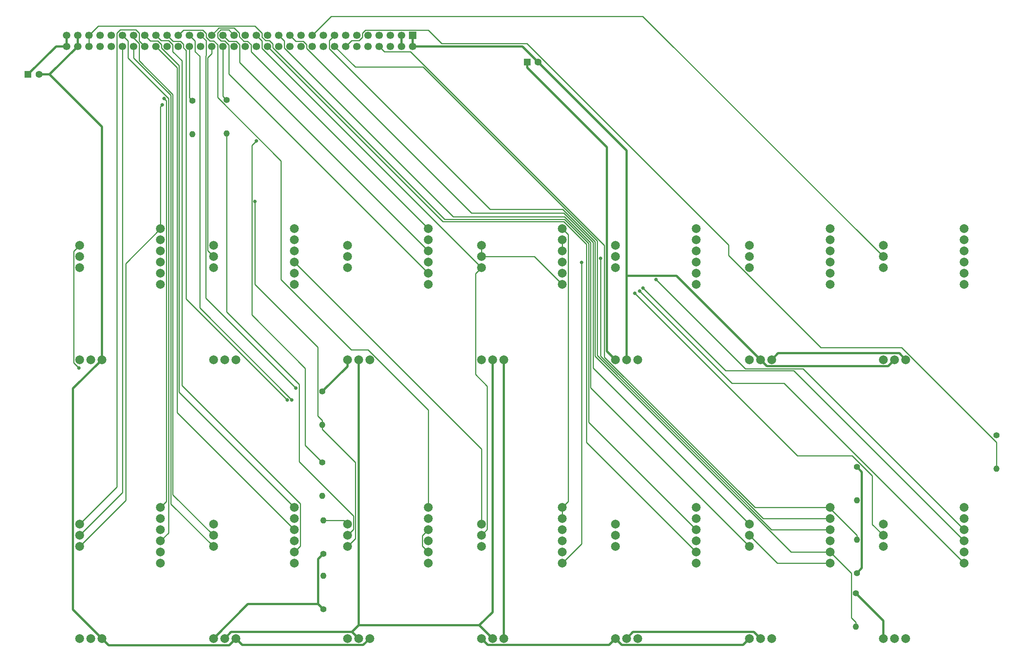
<source format=gbr>
G04 #@! TF.GenerationSoftware,KiCad,Pcbnew,(5.0.0)*
G04 #@! TF.CreationDate,2019-11-09T01:46:13+00:00*
G04 #@! TF.ProjectId,A-FT,412D46542E6B696361645F7063620000,rev?*
G04 #@! TF.SameCoordinates,Original*
G04 #@! TF.FileFunction,Copper,L2,Bot,Signal*
G04 #@! TF.FilePolarity,Positive*
%FSLAX46Y46*%
G04 Gerber Fmt 4.6, Leading zero omitted, Abs format (unit mm)*
G04 Created by KiCad (PCBNEW (5.0.0)) date 11/09/19 01:46:13*
%MOMM*%
%LPD*%
G01*
G04 APERTURE LIST*
G04 #@! TA.AperFunction,ComponentPad*
%ADD10C,2.000000*%
G04 #@! TD*
G04 #@! TA.AperFunction,ComponentPad*
%ADD11C,1.400000*%
G04 #@! TD*
G04 #@! TA.AperFunction,ComponentPad*
%ADD12O,1.400000X1.400000*%
G04 #@! TD*
G04 #@! TA.AperFunction,ComponentPad*
%ADD13C,1.600000*%
G04 #@! TD*
G04 #@! TA.AperFunction,ComponentPad*
%ADD14R,1.600000X1.600000*%
G04 #@! TD*
G04 #@! TA.AperFunction,ComponentPad*
%ADD15C,1.700000*%
G04 #@! TD*
G04 #@! TA.AperFunction,ComponentPad*
%ADD16R,1.700000X1.700000*%
G04 #@! TD*
G04 #@! TA.AperFunction,ViaPad*
%ADD17C,0.800000*%
G04 #@! TD*
G04 #@! TA.AperFunction,Conductor*
%ADD18C,0.250000*%
G04 #@! TD*
G04 #@! TA.AperFunction,Conductor*
%ADD19C,0.500000*%
G04 #@! TD*
G04 APERTURE END LIST*
D10*
G04 #@! TO.P,U8,13*
G04 #@! TO.N,ENG*
X225425000Y-78740000D03*
G04 #@! TO.P,U8,12*
G04 #@! TO.N,ONG*
X225425000Y-81280000D03*
G04 #@! TO.P,U8,11*
G04 #@! TO.N,Net-(U7-Pad2)*
X225425000Y-83820000D03*
G04 #@! TO.P,U8,6*
G04 #@! TO.N,~TEST~k*
X243840000Y-74930000D03*
G04 #@! TO.P,U8,5*
G04 #@! TO.N,N/C*
X243840000Y-77470000D03*
G04 #@! TO.P,U8,4*
G04 #@! TO.N,~TEST~k*
X243840000Y-80010000D03*
G04 #@! TO.P,U8,3*
G04 #@! TO.N,N/C*
X243840000Y-82550000D03*
G04 #@! TO.P,U8,2*
G04 #@! TO.N,~ENGk~*
X243840000Y-85090000D03*
G04 #@! TO.P,U8,1*
G04 #@! TO.N,N/C*
X243840000Y-87630000D03*
G04 #@! TO.P,U8,23*
G04 #@! TO.N,Neg6v*
X230505000Y-104775000D03*
G04 #@! TO.P,U8,22*
G04 #@! TO.N,GND*
X227965000Y-104775000D03*
G04 #@! TO.P,U8,21*
G04 #@! TO.N,6v*
X225425000Y-104775000D03*
G04 #@! TD*
G04 #@! TO.P,U1,13*
G04 #@! TO.N,CS*
X225425000Y-142240000D03*
G04 #@! TO.P,U1,12*
G04 #@! TO.N,Net-(U1-Pad12)*
X225425000Y-144780000D03*
G04 #@! TO.P,U1,11*
G04 #@! TO.N,Net-(U1-Pad11)*
X225425000Y-147320000D03*
G04 #@! TO.P,U1,6*
G04 #@! TO.N,~CSk~*
X243840000Y-138430000D03*
G04 #@! TO.P,U1,5*
G04 #@! TO.N,~CS~*
X243840000Y-140970000D03*
G04 #@! TO.P,U1,4*
G04 #@! TO.N,~WTM~a*
X243840000Y-143510000D03*
G04 #@! TO.P,U1,3*
G04 #@! TO.N,Net-(U1-Pad3)*
X243840000Y-146050000D03*
G04 #@! TO.P,U1,2*
G04 #@! TO.N,N/C*
X243840000Y-148590000D03*
G04 #@! TO.P,U1,1*
G04 #@! TO.N,Net-(U1-Pad1)*
X243840000Y-151130000D03*
G04 #@! TO.P,U1,23*
G04 #@! TO.N,Neg6v*
X230505000Y-168275000D03*
G04 #@! TO.P,U1,22*
G04 #@! TO.N,GND*
X227965000Y-168275000D03*
G04 #@! TO.P,U1,21*
G04 #@! TO.N,6v*
X225425000Y-168275000D03*
G04 #@! TD*
G04 #@! TO.P,U12,13*
G04 #@! TO.N,Net-(U12-Pad13)*
X103505000Y-78740000D03*
G04 #@! TO.P,U12,12*
G04 #@! TO.N,Net-(U1-Pad3)*
X103505000Y-81280000D03*
G04 #@! TO.P,U12,11*
G04 #@! TO.N,Net-(U1-Pad1)*
X103505000Y-83820000D03*
G04 #@! TO.P,U12,6*
G04 #@! TO.N,~OS~k*
X121920000Y-74930000D03*
G04 #@! TO.P,U12,5*
G04 #@! TO.N,N/C*
X121920000Y-77470000D03*
G04 #@! TO.P,U12,4*
G04 #@! TO.N,NG17k*
X121920000Y-80010000D03*
G04 #@! TO.P,U12,3*
G04 #@! TO.N,N/C*
X121920000Y-82550000D03*
G04 #@! TO.P,U12,2*
G04 #@! TO.N,~NG17~k*
X121920000Y-85090000D03*
G04 #@! TO.P,U12,1*
G04 #@! TO.N,N/C*
X121920000Y-87630000D03*
G04 #@! TO.P,U12,23*
G04 #@! TO.N,Neg6v*
X108585000Y-104775000D03*
G04 #@! TO.P,U12,22*
G04 #@! TO.N,GND*
X106045000Y-104775000D03*
G04 #@! TO.P,U12,21*
G04 #@! TO.N,6v*
X103505000Y-104775000D03*
G04 #@! TD*
G04 #@! TO.P,U11,13*
G04 #@! TO.N,JUMP*
X133985000Y-78740000D03*
G04 #@! TO.P,U11,12*
X133985000Y-81280000D03*
G04 #@! TO.P,U11,11*
G04 #@! TO.N,~JUMP~*
X133985000Y-83820000D03*
G04 #@! TO.P,U11,6*
G04 #@! TO.N,Net-(U11-Pad6)*
X152400000Y-74930000D03*
G04 #@! TO.P,U11,5*
G04 #@! TO.N,~JUMP~*
X152400000Y-77470000D03*
G04 #@! TO.P,U11,4*
X152400000Y-80010000D03*
G04 #@! TO.P,U11,3*
G04 #@! TO.N,Net-(U10-Pad11)*
X152400000Y-82550000D03*
G04 #@! TO.P,U11,2*
G04 #@! TO.N,Net-(U10-Pad12)*
X152400000Y-85090000D03*
G04 #@! TO.P,U11,1*
G04 #@! TO.N,JUMP*
X152400000Y-87630000D03*
G04 #@! TO.P,U11,23*
G04 #@! TO.N,Neg6v*
X139065000Y-104775000D03*
G04 #@! TO.P,U11,22*
G04 #@! TO.N,GND*
X136525000Y-104775000D03*
G04 #@! TO.P,U11,21*
G04 #@! TO.N,6v*
X133985000Y-104775000D03*
G04 #@! TD*
G04 #@! TO.P,U14,13*
G04 #@! TO.N,ENG*
X42545000Y-78740000D03*
G04 #@! TO.P,U14,12*
G04 #@! TO.N,~ONG~*
X42545000Y-81280000D03*
G04 #@! TO.P,U14,11*
G04 #@! TO.N,ONG*
X42545000Y-83820000D03*
G04 #@! TO.P,U14,6*
G04 #@! TO.N,~ENG~*
X60960000Y-74930000D03*
G04 #@! TO.P,U14,5*
G04 #@! TO.N,Net-(U14-Pad5)*
X60960000Y-77470000D03*
G04 #@! TO.P,U14,4*
G04 #@! TO.N,Net-(U14-Pad4)*
X60960000Y-80010000D03*
G04 #@! TO.P,U14,3*
G04 #@! TO.N,ONG*
X60960000Y-82550000D03*
G04 #@! TO.P,U14,2*
G04 #@! TO.N,~ONG~*
X60960000Y-85090000D03*
G04 #@! TO.P,U14,1*
G04 #@! TO.N,Net-(U14-Pad1)*
X60960000Y-87630000D03*
G04 #@! TO.P,U14,23*
G04 #@! TO.N,Neg6v*
X47625000Y-104775000D03*
G04 #@! TO.P,U14,22*
G04 #@! TO.N,GND*
X45085000Y-104775000D03*
G04 #@! TO.P,U14,21*
G04 #@! TO.N,6v*
X42545000Y-104775000D03*
G04 #@! TD*
G04 #@! TO.P,U13,13*
G04 #@! TO.N,~OS~*
X73025000Y-78740000D03*
G04 #@! TO.P,U13,12*
G04 #@! TO.N,W17*
X73025000Y-81280000D03*
G04 #@! TO.P,U13,11*
G04 #@! TO.N,Net-(U13-Pad11)*
X73025000Y-83820000D03*
G04 #@! TO.P,U13,6*
G04 #@! TO.N,N/C*
X91440000Y-74930000D03*
G04 #@! TO.P,U13,5*
G04 #@! TO.N,Net-(U12-Pad13)*
X91440000Y-77470000D03*
G04 #@! TO.P,U13,4*
G04 #@! TO.N,Net-(U13-Pad11)*
X91440000Y-80010000D03*
G04 #@! TO.P,U13,3*
G04 #@! TO.N,Net-(U1-Pad11)*
X91440000Y-82550000D03*
G04 #@! TO.P,U13,2*
G04 #@! TO.N,Net-(U1-Pad12)*
X91440000Y-85090000D03*
G04 #@! TO.P,U13,1*
G04 #@! TO.N,W17*
X91440000Y-87630000D03*
G04 #@! TO.P,U13,23*
G04 #@! TO.N,Neg6v*
X78105000Y-104775000D03*
G04 #@! TO.P,U13,22*
G04 #@! TO.N,GND*
X75565000Y-104775000D03*
G04 #@! TO.P,U13,21*
G04 #@! TO.N,6v*
X73025000Y-104775000D03*
G04 #@! TD*
D11*
G04 #@! TO.P,R3,1*
G04 #@! TO.N,{ACTIVE3}*
X97800000Y-128200000D03*
D12*
G04 #@! TO.P,R3,2*
G04 #@! TO.N,Net-(R3-Pad2)*
X97800000Y-135820000D03*
G04 #@! TD*
D11*
G04 #@! TO.P,R4,1*
G04 #@! TO.N,6v*
X219200000Y-158000000D03*
D12*
G04 #@! TO.P,R4,2*
G04 #@! TO.N,~CINSk~*
X219200000Y-165620000D03*
G04 #@! TD*
D11*
G04 #@! TO.P,R5,1*
G04 #@! TO.N,6v*
X219400000Y-129200000D03*
D12*
G04 #@! TO.P,R5,2*
G04 #@! TO.N,CINSk*
X219400000Y-136820000D03*
G04 #@! TD*
D11*
G04 #@! TO.P,R6,1*
G04 #@! TO.N,6v*
X97800000Y-112000000D03*
D12*
G04 #@! TO.P,R6,2*
G04 #@! TO.N,Net-(R1-Pad2)*
X97800000Y-119620000D03*
G04 #@! TD*
D11*
G04 #@! TO.P,R7,1*
G04 #@! TO.N,6v*
X98000000Y-161600000D03*
D12*
G04 #@! TO.P,R7,2*
G04 #@! TO.N,Net-(R2-Pad2)*
X98000000Y-153980000D03*
G04 #@! TD*
D11*
G04 #@! TO.P,R8,1*
G04 #@! TO.N,6v*
X98000000Y-149000000D03*
D12*
G04 #@! TO.P,R8,2*
G04 #@! TO.N,Net-(R3-Pad2)*
X98000000Y-141380000D03*
G04 #@! TD*
D11*
G04 #@! TO.P,R9,1*
G04 #@! TO.N,6v*
X251200000Y-122000000D03*
D12*
G04 #@! TO.P,R9,2*
G04 #@! TO.N,~CSk~*
X251200000Y-129620000D03*
G04 #@! TD*
D11*
G04 #@! TO.P,R10,1*
G04 #@! TO.N,6v*
X219400000Y-153400000D03*
D12*
G04 #@! TO.P,R10,2*
G04 #@! TO.N,~SMNk~*
X219400000Y-145780000D03*
G04 #@! TD*
D10*
G04 #@! TO.P,U2,13*
G04 #@! TO.N,~CS~*
X194945000Y-142240000D03*
G04 #@! TO.P,U2,12*
G04 #@! TO.N,Net-(U2-Pad1)*
X194945000Y-144780000D03*
G04 #@! TO.P,U2,11*
G04 #@! TO.N,CIN*
X194945000Y-147320000D03*
G04 #@! TO.P,U2,6*
G04 #@! TO.N,~SMNk~*
X213360000Y-138430000D03*
G04 #@! TO.P,U2,5*
G04 #@! TO.N,CS*
X213360000Y-140970000D03*
G04 #@! TO.P,U2,4*
G04 #@! TO.N,CINSk*
X213360000Y-143510000D03*
G04 #@! TO.P,U2,3*
G04 #@! TO.N,CIN*
X213360000Y-146050000D03*
G04 #@! TO.P,U2,2*
G04 #@! TO.N,~CINSk~*
X213360000Y-148590000D03*
G04 #@! TO.P,U2,1*
G04 #@! TO.N,Net-(U2-Pad1)*
X213360000Y-151130000D03*
G04 #@! TO.P,U2,23*
G04 #@! TO.N,Neg6v*
X200025000Y-168275000D03*
G04 #@! TO.P,U2,22*
G04 #@! TO.N,GND*
X197485000Y-168275000D03*
G04 #@! TO.P,U2,21*
G04 #@! TO.N,6v*
X194945000Y-168275000D03*
G04 #@! TD*
G04 #@! TO.P,U3,13*
G04 #@! TO.N,Net-(U3-Pad13)*
X164465000Y-142240000D03*
G04 #@! TO.P,U3,12*
G04 #@! TO.N,N/C*
X164465000Y-144780000D03*
G04 #@! TO.P,U3,11*
X164465000Y-147320000D03*
G04 #@! TO.P,U3,6*
X182880000Y-138430000D03*
G04 #@! TO.P,U3,5*
X182880000Y-140970000D03*
G04 #@! TO.P,U3,4*
G04 #@! TO.N,2.4v*
X182880000Y-143510000D03*
G04 #@! TO.P,U3,3*
G04 #@! TO.N,N/C*
X182880000Y-146050000D03*
G04 #@! TO.P,U3,2*
G04 #@! TO.N,~JIA~*
X182880000Y-148590000D03*
G04 #@! TO.P,U3,1*
G04 #@! TO.N,N/C*
X182880000Y-151130000D03*
G04 #@! TO.P,U3,23*
G04 #@! TO.N,Neg6v*
X169545000Y-168275000D03*
G04 #@! TO.P,U3,22*
G04 #@! TO.N,GND*
X167005000Y-168275000D03*
G04 #@! TO.P,U3,21*
G04 #@! TO.N,6v*
X164465000Y-168275000D03*
G04 #@! TD*
G04 #@! TO.P,U4,13*
G04 #@! TO.N,Net-(U1-Pad11)*
X133985000Y-142240000D03*
G04 #@! TO.P,U4,12*
G04 #@! TO.N,~JUMP~*
X133985000Y-144780000D03*
G04 #@! TO.P,U4,11*
G04 #@! TO.N,Net-(U11-Pad6)*
X133985000Y-147320000D03*
G04 #@! TO.P,U4,6*
X152400000Y-138430000D03*
G04 #@! TO.P,U4,5*
X152400000Y-140970000D03*
G04 #@! TO.P,U4,4*
G04 #@! TO.N,N/C*
X152400000Y-143510000D03*
G04 #@! TO.P,U4,3*
X152400000Y-146050000D03*
G04 #@! TO.P,U4,2*
G04 #@! TO.N,Net-(U3-Pad13)*
X152400000Y-148590000D03*
G04 #@! TO.P,U4,1*
G04 #@! TO.N,Net-(U10-Pad13)*
X152400000Y-151130000D03*
G04 #@! TO.P,U4,23*
G04 #@! TO.N,Neg6v*
X139065000Y-168275000D03*
G04 #@! TO.P,U4,22*
G04 #@! TO.N,GND*
X136525000Y-168275000D03*
G04 #@! TO.P,U4,21*
G04 #@! TO.N,6v*
X133985000Y-168275000D03*
G04 #@! TD*
G04 #@! TO.P,U5,13*
G04 #@! TO.N,Net-(R3-Pad2)*
X103505000Y-142240000D03*
G04 #@! TO.P,U5,12*
G04 #@! TO.N,Net-(R2-Pad2)*
X103505000Y-144780000D03*
G04 #@! TO.P,U5,11*
G04 #@! TO.N,Net-(R1-Pad2)*
X103505000Y-147320000D03*
G04 #@! TO.P,U5,6*
G04 #@! TO.N,E2*
X121920000Y-138430000D03*
G04 #@! TO.P,U5,5*
G04 #@! TO.N,~E1~*
X121920000Y-140970000D03*
G04 #@! TO.P,U5,4*
G04 #@! TO.N,~E2~*
X121920000Y-143510000D03*
G04 #@! TO.P,U5,3*
G04 #@! TO.N,E1*
X121920000Y-146050000D03*
G04 #@! TO.P,U5,2*
G04 #@! TO.N,~E2~*
X121920000Y-148590000D03*
G04 #@! TO.P,U5,1*
G04 #@! TO.N,~E1~*
X121920000Y-151130000D03*
G04 #@! TO.P,U5,23*
G04 #@! TO.N,Neg6v*
X108585000Y-168275000D03*
G04 #@! TO.P,U5,22*
G04 #@! TO.N,GND*
X106045000Y-168275000D03*
G04 #@! TO.P,U5,21*
G04 #@! TO.N,6v*
X103505000Y-168275000D03*
G04 #@! TD*
G04 #@! TO.P,U6,13*
G04 #@! TO.N,Net-(U6-Pad13)*
X73025000Y-142240000D03*
G04 #@! TO.P,U6,12*
G04 #@! TO.N,TCS*
X73025000Y-144780000D03*
G04 #@! TO.P,U6,11*
G04 #@! TO.N,~RESET~*
X73025000Y-147320000D03*
G04 #@! TO.P,U6,6*
G04 #@! TO.N,~STOP~k*
X91440000Y-138430000D03*
G04 #@! TO.P,U6,5*
G04 #@! TO.N,N/C*
X91440000Y-140970000D03*
G04 #@! TO.P,U6,4*
G04 #@! TO.N,~TCS~k*
X91440000Y-143510000D03*
G04 #@! TO.P,U6,3*
G04 #@! TO.N,N/C*
X91440000Y-146050000D03*
G04 #@! TO.P,U6,2*
G04 #@! TO.N,RESETk*
X91440000Y-148590000D03*
G04 #@! TO.P,U6,1*
G04 #@! TO.N,N/C*
X91440000Y-151130000D03*
G04 #@! TO.P,U6,23*
G04 #@! TO.N,Neg6v*
X78105000Y-168275000D03*
G04 #@! TO.P,U6,22*
G04 #@! TO.N,GND*
X75565000Y-168275000D03*
G04 #@! TO.P,U6,21*
G04 #@! TO.N,6v*
X73025000Y-168275000D03*
G04 #@! TD*
G04 #@! TO.P,U7,13*
G04 #@! TO.N,~STOP~*
X42545000Y-142240000D03*
G04 #@! TO.P,U7,12*
G04 #@! TO.N,RESET*
X42545000Y-144780000D03*
G04 #@! TO.P,U7,11*
G04 #@! TO.N,~ENG~*
X42545000Y-147320000D03*
G04 #@! TO.P,U7,6*
G04 #@! TO.N,~RESTART~K*
X60960000Y-138430000D03*
G04 #@! TO.P,U7,5*
G04 #@! TO.N,Net-(U6-Pad13)*
X60960000Y-140970000D03*
G04 #@! TO.P,U7,4*
G04 #@! TO.N,N/C*
X60960000Y-143510000D03*
G04 #@! TO.P,U7,3*
G04 #@! TO.N,~RESET~1*
X60960000Y-146050000D03*
G04 #@! TO.P,U7,2*
G04 #@! TO.N,Net-(U7-Pad2)*
X60960000Y-148590000D03*
G04 #@! TO.P,U7,1*
G04 #@! TO.N,ENG*
X60960000Y-151130000D03*
G04 #@! TO.P,U7,23*
G04 #@! TO.N,Neg6v*
X47625000Y-168275000D03*
G04 #@! TO.P,U7,22*
G04 #@! TO.N,GND*
X45085000Y-168275000D03*
G04 #@! TO.P,U7,21*
G04 #@! TO.N,6v*
X42545000Y-168275000D03*
G04 #@! TD*
G04 #@! TO.P,U9,13*
G04 #@! TO.N,Net-(U14-Pad5)*
X194945000Y-78740000D03*
G04 #@! TO.P,U9,12*
G04 #@! TO.N,Net-(U14-Pad4)*
X194945000Y-81280000D03*
G04 #@! TO.P,U9,11*
G04 #@! TO.N,Net-(U14-Pad1)*
X194945000Y-83820000D03*
G04 #@! TO.P,U9,6*
G04 #@! TO.N,ENGk*
X213360000Y-74930000D03*
G04 #@! TO.P,U9,5*
G04 #@! TO.N,N/C*
X213360000Y-77470000D03*
G04 #@! TO.P,U9,4*
G04 #@! TO.N,~ONGk~*
X213360000Y-80010000D03*
G04 #@! TO.P,U9,3*
G04 #@! TO.N,N/C*
X213360000Y-82550000D03*
G04 #@! TO.P,U9,2*
G04 #@! TO.N,ONGk*
X213360000Y-85090000D03*
G04 #@! TO.P,U9,1*
G04 #@! TO.N,N/C*
X213360000Y-87630000D03*
G04 #@! TO.P,U9,23*
G04 #@! TO.N,Neg6v*
X200025000Y-104775000D03*
G04 #@! TO.P,U9,22*
G04 #@! TO.N,GND*
X197485000Y-104775000D03*
G04 #@! TO.P,U9,21*
G04 #@! TO.N,6v*
X194945000Y-104775000D03*
G04 #@! TD*
G04 #@! TO.P,U10,13*
G04 #@! TO.N,Net-(U10-Pad13)*
X164465000Y-78740000D03*
G04 #@! TO.P,U10,12*
G04 #@! TO.N,Net-(U10-Pad12)*
X164465000Y-81280000D03*
G04 #@! TO.P,U10,11*
G04 #@! TO.N,Net-(U10-Pad11)*
X164465000Y-83820000D03*
G04 #@! TO.P,U10,6*
G04 #@! TO.N,AUTOk*
X182880000Y-74930000D03*
G04 #@! TO.P,U10,5*
G04 #@! TO.N,N/C*
X182880000Y-77470000D03*
G04 #@! TO.P,U10,4*
G04 #@! TO.N,~JUMP~k*
X182880000Y-80010000D03*
G04 #@! TO.P,U10,3*
G04 #@! TO.N,N/C*
X182880000Y-82550000D03*
G04 #@! TO.P,U10,2*
G04 #@! TO.N,JUMPk*
X182880000Y-85090000D03*
G04 #@! TO.P,U10,1*
G04 #@! TO.N,N/C*
X182880000Y-87630000D03*
G04 #@! TO.P,U10,23*
G04 #@! TO.N,Neg6v*
X169545000Y-104775000D03*
G04 #@! TO.P,U10,22*
G04 #@! TO.N,GND*
X167005000Y-104775000D03*
G04 #@! TO.P,U10,21*
G04 #@! TO.N,6v*
X164465000Y-104775000D03*
G04 #@! TD*
D13*
G04 #@! TO.P,C1,2*
G04 #@! TO.N,GND*
X146900000Y-37000000D03*
D14*
G04 #@! TO.P,C1,1*
G04 #@! TO.N,6v*
X144400000Y-37000000D03*
G04 #@! TD*
D13*
G04 #@! TO.P,C2,2*
G04 #@! TO.N,Neg6v*
X33300000Y-39800000D03*
D14*
G04 #@! TO.P,C2,1*
G04 #@! TO.N,GND*
X30800000Y-39800000D03*
G04 #@! TD*
D15*
G04 #@! TO.P,J1,AL*
G04 #@! TO.N,GND*
X39605000Y-33401000D03*
G04 #@! TO.P,J1,32*
X39605000Y-30861000D03*
G04 #@! TO.P,J1,AK*
G04 #@! TO.N,Neg6v*
X42145000Y-33401000D03*
G04 #@! TO.P,J1,31*
X42145000Y-30861000D03*
G04 #@! TO.P,J1,AJ*
G04 #@! TO.N,2.4v*
X44685000Y-33401000D03*
G04 #@! TO.P,J1,30*
X44685000Y-30861000D03*
G04 #@! TO.P,J1,AH*
G04 #@! TO.N,N/C*
X47225000Y-33401000D03*
G04 #@! TO.P,J1,29*
X47225000Y-30861000D03*
G04 #@! TO.P,J1,AF*
X49765000Y-33401000D03*
G04 #@! TO.P,J1,28*
X49765000Y-30861000D03*
G04 #@! TO.P,J1,AE*
G04 #@! TO.N,RESET*
X52305000Y-33401000D03*
G04 #@! TO.P,J1,27*
G04 #@! TO.N,~RESET~1*
X52305000Y-30861000D03*
G04 #@! TO.P,J1,AD*
G04 #@! TO.N,~RESET~*
X54845000Y-33401000D03*
G04 #@! TO.P,J1,26*
G04 #@! TO.N,TCS*
X54845000Y-30861000D03*
G04 #@! TO.P,J1,AC*
G04 #@! TO.N,~STOP~*
X57385000Y-33401000D03*
G04 #@! TO.P,J1,25*
G04 #@! TO.N,~STOP~k*
X57385000Y-30861000D03*
G04 #@! TO.P,J1,AB*
G04 #@! TO.N,~TCS~k*
X59925000Y-33401000D03*
G04 #@! TO.P,J1,24*
G04 #@! TO.N,RESETk*
X59925000Y-30861000D03*
G04 #@! TO.P,J1,AA*
G04 #@! TO.N,N/C*
X62465000Y-33401000D03*
G04 #@! TO.P,J1,23*
G04 #@! TO.N,E1*
X62465000Y-30861000D03*
G04 #@! TO.P,J1,Z*
G04 #@! TO.N,N/C*
X65005000Y-33401000D03*
G04 #@! TO.P,J1,22*
G04 #@! TO.N,E2*
X65005000Y-30861000D03*
G04 #@! TO.P,J1,Y*
G04 #@! TO.N,{ACTIVE1}*
X67545000Y-33401000D03*
G04 #@! TO.P,J1,21*
G04 #@! TO.N,~E2~*
X67545000Y-30861000D03*
G04 #@! TO.P,J1,X*
G04 #@! TO.N,N/C*
X70085000Y-33401000D03*
G04 #@! TO.P,J1,20*
G04 #@! TO.N,~E1~*
X70085000Y-30861000D03*
G04 #@! TO.P,J1,W*
G04 #@! TO.N,W17*
X72625000Y-33401000D03*
G04 #@! TO.P,J1,19*
G04 #@! TO.N,~OS~k*
X72625000Y-30861000D03*
G04 #@! TO.P,J1,V*
G04 #@! TO.N,{ACTIVE2}*
X75165000Y-33401000D03*
G04 #@! TO.P,J1,18*
G04 #@! TO.N,NG17k*
X75165000Y-30861000D03*
G04 #@! TO.P,J1,U*
G04 #@! TO.N,N/C*
X77705000Y-33401000D03*
G04 #@! TO.P,J1,17*
G04 #@! TO.N,~NG17~k*
X77705000Y-30861000D03*
G04 #@! TO.P,J1,T*
G04 #@! TO.N,~OS~*
X80245000Y-33401000D03*
G04 #@! TO.P,J1,16*
G04 #@! TO.N,JUMP*
X80245000Y-30861000D03*
G04 #@! TO.P,J1,S*
G04 #@! TO.N,{ACTIVE3}*
X82785000Y-33401000D03*
G04 #@! TO.P,J1,15*
G04 #@! TO.N,~JUMP~*
X82785000Y-30861000D03*
G04 #@! TO.P,J1,R*
G04 #@! TO.N,~JIA~*
X85325000Y-33401000D03*
G04 #@! TO.P,J1,14*
G04 #@! TO.N,CS*
X85325000Y-30861000D03*
G04 #@! TO.P,J1,P*
G04 #@! TO.N,N/C*
X87865000Y-33401000D03*
G04 #@! TO.P,J1,13*
G04 #@! TO.N,CIN*
X87865000Y-30861000D03*
G04 #@! TO.P,J1,N*
G04 #@! TO.N,~WTM~a*
X90405000Y-33401000D03*
G04 #@! TO.P,J1,12*
G04 #@! TO.N,~CS~*
X90405000Y-30861000D03*
G04 #@! TO.P,J1,M*
G04 #@! TO.N,JUMPk*
X92945000Y-33401000D03*
G04 #@! TO.P,J1,11*
G04 #@! TO.N,~JUMP~k*
X92945000Y-30861000D03*
G04 #@! TO.P,J1,L*
G04 #@! TO.N,AUTOk*
X95485000Y-33401000D03*
G04 #@! TO.P,J1,10*
G04 #@! TO.N,ONG*
X95485000Y-30861000D03*
G04 #@! TO.P,J1,K*
G04 #@! TO.N,~ONG~*
X98025000Y-33401000D03*
G04 #@! TO.P,J1,9*
G04 #@! TO.N,ENG*
X98025000Y-30861000D03*
G04 #@! TO.P,J1,J*
G04 #@! TO.N,CINSk*
X100565000Y-33401000D03*
G04 #@! TO.P,J1,8*
G04 #@! TO.N,~CINSk~*
X100565000Y-30861000D03*
G04 #@! TO.P,J1,H*
G04 #@! TO.N,~CSk~*
X103105000Y-33401000D03*
G04 #@! TO.P,J1,7*
G04 #@! TO.N,ONGk*
X103105000Y-30861000D03*
G04 #@! TO.P,J1,F*
G04 #@! TO.N,~ONGk~*
X105645000Y-33401000D03*
G04 #@! TO.P,J1,6*
G04 #@! TO.N,ENGk*
X105645000Y-30861000D03*
G04 #@! TO.P,J1,E*
G04 #@! TO.N,~ENG~*
X108185000Y-33401000D03*
G04 #@! TO.P,J1,5*
G04 #@! TO.N,~TEST~k*
X108185000Y-30861000D03*
G04 #@! TO.P,J1,D*
G04 #@! TO.N,~SMNk~*
X110725000Y-33401000D03*
G04 #@! TO.P,J1,4*
G04 #@! TO.N,~ENGk~*
X110725000Y-30861000D03*
G04 #@! TO.P,J1,C*
G04 #@! TO.N,N/C*
X113265000Y-33401000D03*
G04 #@! TO.P,J1,3*
G04 #@! TO.N,~RESTART~K*
X113265000Y-30861000D03*
G04 #@! TO.P,J1,B*
G04 #@! TO.N,6v*
X115805000Y-33401000D03*
G04 #@! TO.P,J1,2*
X115805000Y-30861000D03*
G04 #@! TO.P,J1,A*
G04 #@! TO.N,GND*
X118345000Y-33401000D03*
D16*
G04 #@! TO.P,J1,1*
X118345000Y-30861000D03*
G04 #@! TD*
D12*
G04 #@! TO.P,R1,2*
G04 #@! TO.N,Net-(R1-Pad2)*
X68200000Y-53420000D03*
D11*
G04 #@! TO.P,R1,1*
G04 #@! TO.N,{ACTIVE1}*
X68200000Y-45800000D03*
G04 #@! TD*
G04 #@! TO.P,R2,1*
G04 #@! TO.N,{ACTIVE2}*
X76000000Y-45600000D03*
D12*
G04 #@! TO.P,R2,2*
G04 #@! TO.N,Net-(R2-Pad2)*
X76000000Y-53220000D03*
G04 #@! TD*
D17*
G04 #@! TO.N,Net-(U1-Pad12)*
X168880700Y-89651200D03*
G04 #@! TO.N,E1*
X89839200Y-113969200D03*
G04 #@! TO.N,~E2~*
X90839500Y-113942700D03*
G04 #@! TO.N,~E1~*
X91761000Y-111238800D03*
G04 #@! TO.N,{ACTIVE3}*
X82785000Y-54937500D03*
G04 #@! TO.N,CS*
X161062800Y-81710900D03*
G04 #@! TO.N,~WTM~a*
X173743800Y-86481100D03*
G04 #@! TO.N,ENG*
X42425300Y-106651000D03*
G04 #@! TO.N,~ENG~*
X61375000Y-46710800D03*
G04 #@! TO.N,~RESTART~K*
X61766100Y-45276500D03*
G04 #@! TO.N,Net-(R1-Pad2)*
X82477200Y-68697700D03*
G04 #@! TO.N,Net-(U1-Pad3)*
X170724700Y-88443600D03*
G04 #@! TO.N,Net-(U1-Pad1)*
X170024700Y-89183100D03*
G04 #@! TO.N,Net-(U10-Pad13)*
X156785800Y-82611500D03*
G04 #@! TD*
D18*
G04 #@! TO.N,Net-(U1-Pad12)*
X225425000Y-144780000D02*
X222942900Y-142297900D01*
X222942900Y-142297900D02*
X222942900Y-131253400D01*
X222942900Y-131253400D02*
X218332500Y-126643000D01*
X218332500Y-126643000D02*
X205872500Y-126643000D01*
X205872500Y-126643000D02*
X168880700Y-89651200D01*
D19*
G04 #@! TO.N,6v*
X164465000Y-104775000D02*
X162554100Y-102864100D01*
X162554100Y-102864100D02*
X162554100Y-56404400D01*
X162554100Y-56404400D02*
X144400000Y-38250300D01*
X219200000Y-158000000D02*
X225425000Y-164225000D01*
X225425000Y-164225000D02*
X225425000Y-168275000D01*
X219400000Y-153400000D02*
X220553300Y-152246700D01*
X220553300Y-152246700D02*
X220553300Y-130353300D01*
X220553300Y-130353300D02*
X219400000Y-129200000D01*
X133985000Y-168275000D02*
X135435400Y-169725400D01*
X135435400Y-169725400D02*
X163014600Y-169725400D01*
X163014600Y-169725400D02*
X164465000Y-168275000D01*
X194945000Y-168275000D02*
X193494600Y-169725400D01*
X193494600Y-169725400D02*
X165915400Y-169725400D01*
X165915400Y-169725400D02*
X164465000Y-168275000D01*
X96847300Y-160447300D02*
X98000000Y-161600000D01*
X144400000Y-37000000D02*
X144400000Y-38250300D01*
X98000000Y-149000000D02*
X96847300Y-150152700D01*
X96847300Y-150152700D02*
X96847300Y-160447300D01*
X96847300Y-160447300D02*
X80852700Y-160447300D01*
X80852700Y-160447300D02*
X73025000Y-168275000D01*
X115805000Y-30861000D02*
X115805000Y-33401000D01*
X97800000Y-112000000D02*
X103505000Y-106295000D01*
X103505000Y-106295000D02*
X103505000Y-104775000D01*
G04 #@! TO.N,Neg6v*
X139065000Y-168275000D02*
X139065000Y-104775000D01*
X78105000Y-168275000D02*
X79591500Y-169761500D01*
X79591500Y-169761500D02*
X107098500Y-169761500D01*
X107098500Y-169761500D02*
X108585000Y-168275000D01*
X47625000Y-168275000D02*
X49148700Y-169798700D01*
X49148700Y-169798700D02*
X76581300Y-169798700D01*
X76581300Y-169798700D02*
X78105000Y-168275000D01*
X230505000Y-104775000D02*
X229053400Y-103323400D01*
X229053400Y-103323400D02*
X201476600Y-103323400D01*
X201476600Y-103323400D02*
X200025000Y-104775000D01*
X47625000Y-104775000D02*
X41065600Y-111334400D01*
X41065600Y-111334400D02*
X41065600Y-161715600D01*
X41065600Y-161715600D02*
X47625000Y-168275000D01*
X35746000Y-39800000D02*
X47625000Y-51679000D01*
X47625000Y-51679000D02*
X47625000Y-104775000D01*
X35746000Y-39800000D02*
X33300000Y-39800000D01*
X42145000Y-33401000D02*
X35746000Y-39800000D01*
X42145000Y-30861000D02*
X42145000Y-33401000D01*
G04 #@! TO.N,GND*
X133537800Y-165287800D02*
X106045000Y-165287800D01*
X136525000Y-168275000D02*
X133537800Y-165287800D01*
X136525000Y-104775000D02*
X136525000Y-162300600D01*
X136525000Y-162300600D02*
X133537800Y-165287800D01*
X106045000Y-165287800D02*
X104551400Y-166781400D01*
X106045000Y-104775000D02*
X106045000Y-165287800D01*
X167005000Y-85629600D02*
X167005000Y-57105000D01*
X167005000Y-57105000D02*
X146900000Y-37000000D01*
X197485000Y-104775000D02*
X178339600Y-85629600D01*
X178339600Y-85629600D02*
X167005000Y-85629600D01*
X167005000Y-85629600D02*
X167005000Y-104775000D01*
X118345000Y-33401000D02*
X143301000Y-33401000D01*
X143301000Y-33401000D02*
X146900000Y-37000000D01*
X104551400Y-166781400D02*
X77058600Y-166781400D01*
X77058600Y-166781400D02*
X75565000Y-168275000D01*
X106045000Y-168275000D02*
X104551400Y-166781400D01*
X197485000Y-104775000D02*
X198935400Y-106225400D01*
X198935400Y-106225400D02*
X226514600Y-106225400D01*
X226514600Y-106225400D02*
X227965000Y-104775000D01*
X118345000Y-30861000D02*
X118345000Y-33401000D01*
X197485000Y-168275000D02*
X195994400Y-166784400D01*
X195994400Y-166784400D02*
X168495600Y-166784400D01*
X168495600Y-166784400D02*
X167005000Y-168275000D01*
X39605000Y-33401000D02*
X37199000Y-33401000D01*
X37199000Y-33401000D02*
X30800000Y-39800000D01*
X39605000Y-30861000D02*
X39605000Y-33401000D01*
D18*
G04 #@! TO.N,2.4v*
X44685000Y-30861000D02*
X46800300Y-28745700D01*
X46800300Y-28745700D02*
X82416300Y-28745700D01*
X82416300Y-28745700D02*
X84055000Y-30384400D01*
X84055000Y-30384400D02*
X84055000Y-31283000D01*
X84055000Y-31283000D02*
X84885100Y-32113100D01*
X84885100Y-32113100D02*
X85738100Y-32113100D01*
X85738100Y-32113100D02*
X86500400Y-32875400D01*
X86500400Y-32875400D02*
X86500400Y-33724200D01*
X86500400Y-33724200D02*
X125618300Y-72842100D01*
X125618300Y-72842100D02*
X152894700Y-72842100D01*
X152894700Y-72842100D02*
X158372600Y-78320000D01*
X158372600Y-78320000D02*
X158372600Y-119002600D01*
X158372600Y-119002600D02*
X182880000Y-143510000D01*
X44685000Y-30861000D02*
X44685000Y-33401000D01*
G04 #@! TO.N,RESET*
X52305000Y-33401000D02*
X52305000Y-135020000D01*
X52305000Y-135020000D02*
X42545000Y-144780000D01*
G04 #@! TO.N,~RESET~1*
X52305000Y-30861000D02*
X53575000Y-32131000D01*
X53575000Y-32131000D02*
X53575000Y-36059300D01*
X53575000Y-36059300D02*
X62778600Y-45262900D01*
X62778600Y-45262900D02*
X62778600Y-144231400D01*
X62778600Y-144231400D02*
X60960000Y-146050000D01*
G04 #@! TO.N,~RESET~*
X73025000Y-147320000D02*
X63327300Y-137622300D01*
X63327300Y-137622300D02*
X63327300Y-44537800D01*
X63327300Y-44537800D02*
X54845000Y-36055500D01*
X54845000Y-36055500D02*
X54845000Y-33401000D01*
G04 #@! TO.N,TCS*
X73025000Y-144780000D02*
X63777600Y-135532600D01*
X63777600Y-135532600D02*
X63777600Y-44351200D01*
X63777600Y-44351200D02*
X56115000Y-36688600D01*
X56115000Y-36688600D02*
X56115000Y-32767900D01*
X56115000Y-32767900D02*
X54845000Y-31497900D01*
X54845000Y-31497900D02*
X54845000Y-30861000D01*
G04 #@! TO.N,~STOP~*
X57385000Y-33401000D02*
X56115000Y-32131000D01*
X56115000Y-32131000D02*
X56115000Y-30396900D01*
X56115000Y-30396900D02*
X55347900Y-29629800D01*
X55347900Y-29629800D02*
X51796100Y-29629800D01*
X51796100Y-29629800D02*
X51035000Y-30390900D01*
X51035000Y-30390900D02*
X51035000Y-133750000D01*
X51035000Y-133750000D02*
X42545000Y-142240000D01*
G04 #@! TO.N,~STOP~k*
X57385000Y-30861000D02*
X58655000Y-32131000D01*
X58655000Y-32131000D02*
X60334400Y-32131000D01*
X60334400Y-32131000D02*
X61195000Y-32991600D01*
X61195000Y-32991600D02*
X61195000Y-33793100D01*
X61195000Y-33793100D02*
X65190900Y-37789000D01*
X65190900Y-37789000D02*
X65190900Y-112180900D01*
X65190900Y-112180900D02*
X91440000Y-138430000D01*
G04 #@! TO.N,~TCS~k*
X59925000Y-33401000D02*
X64740500Y-38216500D01*
X64740500Y-38216500D02*
X64740500Y-116810500D01*
X64740500Y-116810500D02*
X91440000Y-143510000D01*
G04 #@! TO.N,RESETk*
X59925000Y-30861000D02*
X61100400Y-32036400D01*
X61100400Y-32036400D02*
X62769800Y-32036400D01*
X62769800Y-32036400D02*
X63735000Y-33001600D01*
X63735000Y-33001600D02*
X63735000Y-34576300D01*
X63735000Y-34576300D02*
X65841900Y-36683200D01*
X65841900Y-36683200D02*
X65841900Y-110672000D01*
X65841900Y-110672000D02*
X92767700Y-137597800D01*
X92767700Y-137597800D02*
X92767700Y-147262300D01*
X92767700Y-147262300D02*
X91440000Y-148590000D01*
G04 #@! TO.N,E1*
X62465000Y-30861000D02*
X63829600Y-32225600D01*
X63829600Y-32225600D02*
X65494500Y-32225600D01*
X65494500Y-32225600D02*
X66180400Y-32911500D01*
X66180400Y-32911500D02*
X66180400Y-33698600D01*
X66180400Y-33698600D02*
X66811500Y-34329700D01*
X66811500Y-34329700D02*
X66811500Y-90941500D01*
X66811500Y-90941500D02*
X89839200Y-113969200D01*
G04 #@! TO.N,E2*
X121920000Y-138430000D02*
X121920000Y-116235100D01*
X121920000Y-116235100D02*
X108176100Y-102491200D01*
X108176100Y-102491200D02*
X104396100Y-102491200D01*
X104396100Y-102491200D02*
X88408500Y-86503600D01*
X88408500Y-86503600D02*
X88408500Y-59501400D01*
X88408500Y-59501400D02*
X73943800Y-45036700D01*
X73943800Y-45036700D02*
X73943800Y-33027800D01*
X73943800Y-33027800D02*
X73064900Y-32148900D01*
X73064900Y-32148900D02*
X72189500Y-32148900D01*
X72189500Y-32148900D02*
X71355000Y-31314400D01*
X71355000Y-31314400D02*
X71355000Y-30440900D01*
X71355000Y-30440900D02*
X70588800Y-29674700D01*
X70588800Y-29674700D02*
X66191300Y-29674700D01*
X66191300Y-29674700D02*
X65005000Y-30861000D01*
G04 #@! TO.N,{ACTIVE1}*
X68200000Y-45800000D02*
X67545000Y-45145000D01*
X67545000Y-45145000D02*
X67545000Y-33401000D01*
G04 #@! TO.N,~E2~*
X121920000Y-143510000D02*
X120590600Y-144839400D01*
X120590600Y-144839400D02*
X120590600Y-147260600D01*
X120590600Y-147260600D02*
X121920000Y-148590000D01*
X67545000Y-30861000D02*
X68815000Y-32131000D01*
X68815000Y-32131000D02*
X68815000Y-34576200D01*
X68815000Y-34576200D02*
X69880100Y-35641300D01*
X69880100Y-35641300D02*
X69880100Y-92983300D01*
X69880100Y-92983300D02*
X90839500Y-113942700D01*
G04 #@! TO.N,~E1~*
X70085000Y-30861000D02*
X71337100Y-32113100D01*
X71337100Y-32113100D02*
X71337100Y-35450200D01*
X71337100Y-35450200D02*
X71239700Y-35547600D01*
X71239700Y-35547600D02*
X71239700Y-90717500D01*
X71239700Y-90717500D02*
X91761000Y-111238800D01*
G04 #@! TO.N,W17*
X73025000Y-81280000D02*
X71690100Y-79945100D01*
X71690100Y-79945100D02*
X71690100Y-35959400D01*
X71690100Y-35959400D02*
X72625000Y-35024500D01*
X72625000Y-35024500D02*
X72625000Y-33401000D01*
G04 #@! TO.N,~OS~k*
X72625000Y-30861000D02*
X74273000Y-29213000D01*
X74273000Y-29213000D02*
X77726800Y-29213000D01*
X77726800Y-29213000D02*
X78880300Y-30366500D01*
X78880300Y-30366500D02*
X78880300Y-31160600D01*
X78880300Y-31160600D02*
X79945300Y-32225600D01*
X79945300Y-32225600D02*
X80770600Y-32225600D01*
X80770600Y-32225600D02*
X81566400Y-33021400D01*
X81566400Y-33021400D02*
X81566400Y-34576400D01*
X81566400Y-34576400D02*
X121920000Y-74930000D01*
G04 #@! TO.N,{ACTIVE2}*
X75165000Y-33401000D02*
X75165000Y-44765000D01*
X75165000Y-44765000D02*
X76000000Y-45600000D01*
G04 #@! TO.N,NG17k*
X75165000Y-30861000D02*
X76529600Y-32225600D01*
X76529600Y-32225600D02*
X78230600Y-32225600D01*
X78230600Y-32225600D02*
X78975000Y-32970000D01*
X78975000Y-32970000D02*
X78975000Y-37065000D01*
X78975000Y-37065000D02*
X121920000Y-80010000D01*
G04 #@! TO.N,~NG17~k*
X121920000Y-85090000D02*
X76486700Y-39656700D01*
X76486700Y-39656700D02*
X76486700Y-33051600D01*
X76486700Y-33051600D02*
X75566100Y-32131000D01*
X75566100Y-32131000D02*
X74734000Y-32131000D01*
X74734000Y-32131000D02*
X73989600Y-31386600D01*
X73989600Y-31386600D02*
X73989600Y-30369900D01*
X73989600Y-30369900D02*
X74696200Y-29663300D01*
X74696200Y-29663300D02*
X76507300Y-29663300D01*
X76507300Y-29663300D02*
X77705000Y-30861000D01*
G04 #@! TO.N,JUMP*
X133985000Y-81280000D02*
X146050000Y-81280000D01*
X146050000Y-81280000D02*
X152400000Y-87630000D01*
X133985000Y-78740000D02*
X133985000Y-81280000D01*
G04 #@! TO.N,{ACTIVE3}*
X97800000Y-128200000D02*
X93872000Y-124272000D01*
X93872000Y-124272000D02*
X93872000Y-106713300D01*
X93872000Y-106713300D02*
X81747800Y-94589100D01*
X81747800Y-94589100D02*
X81747800Y-55974700D01*
X81747800Y-55974700D02*
X82785000Y-54937500D01*
G04 #@! TO.N,~JUMP~*
X82785000Y-30861000D02*
X84055000Y-32131000D01*
X84055000Y-32131000D02*
X84055000Y-33890000D01*
X84055000Y-33890000D02*
X133985000Y-83820000D01*
X133985000Y-83820000D02*
X132616300Y-85188700D01*
X132616300Y-85188700D02*
X132616300Y-108102500D01*
X132616300Y-108102500D02*
X135315700Y-110801900D01*
X135315700Y-110801900D02*
X135315700Y-143449300D01*
X135315700Y-143449300D02*
X133985000Y-144780000D01*
X152400000Y-80010000D02*
X152400000Y-77470000D01*
G04 #@! TO.N,~JIA~*
X85325000Y-33401000D02*
X125216500Y-73292500D01*
X125216500Y-73292500D02*
X152708200Y-73292500D01*
X152708200Y-73292500D02*
X157876000Y-78460300D01*
X157876000Y-78460300D02*
X157876000Y-123586000D01*
X157876000Y-123586000D02*
X182880000Y-148590000D01*
G04 #@! TO.N,CS*
X213360000Y-140970000D02*
X198109500Y-140970000D01*
X198109500Y-140970000D02*
X161062800Y-103923300D01*
X161062800Y-103923300D02*
X161062800Y-81710900D01*
G04 #@! TO.N,CIN*
X87865000Y-30861000D02*
X89135000Y-32131000D01*
X89135000Y-32131000D02*
X89135000Y-33812100D01*
X89135000Y-33812100D02*
X127537900Y-72215000D01*
X127537900Y-72215000D02*
X152904500Y-72215000D01*
X152904500Y-72215000D02*
X158823000Y-78133500D01*
X158823000Y-78133500D02*
X158823000Y-111198000D01*
X158823000Y-111198000D02*
X194945000Y-147320000D01*
G04 #@! TO.N,~WTM~a*
X243840000Y-143510000D02*
X207130800Y-106800800D01*
X207130800Y-106800800D02*
X194063500Y-106800800D01*
X194063500Y-106800800D02*
X173743800Y-86481100D01*
G04 #@! TO.N,~CS~*
X90405000Y-30861000D02*
X91769600Y-32225600D01*
X91769600Y-32225600D02*
X93470600Y-32225600D01*
X93470600Y-32225600D02*
X94215000Y-32970000D01*
X94215000Y-32970000D02*
X94215000Y-33873700D01*
X94215000Y-33873700D02*
X131721500Y-71380200D01*
X131721500Y-71380200D02*
X152706700Y-71380200D01*
X152706700Y-71380200D02*
X159402400Y-78075900D01*
X159402400Y-78075900D02*
X159402400Y-106697400D01*
X159402400Y-106697400D02*
X194945000Y-142240000D01*
G04 #@! TO.N,ONG*
X95485000Y-30861000D02*
X99788200Y-26557800D01*
X99788200Y-26557800D02*
X170702800Y-26557800D01*
X170702800Y-26557800D02*
X225425000Y-81280000D01*
G04 #@! TO.N,ENG*
X42545000Y-78740000D02*
X41219600Y-80065400D01*
X41219600Y-80065400D02*
X41219600Y-105445300D01*
X41219600Y-105445300D02*
X42425300Y-106651000D01*
G04 #@! TO.N,CINSk*
X100565000Y-33401000D02*
X105289400Y-38125400D01*
X105289400Y-38125400D02*
X120750700Y-38125400D01*
X120750700Y-38125400D02*
X160303200Y-77677900D01*
X160303200Y-77677900D02*
X160303200Y-103812600D01*
X160303200Y-103812600D02*
X200000600Y-143510000D01*
X200000600Y-143510000D02*
X213360000Y-143510000D01*
G04 #@! TO.N,~CINSk~*
X100565000Y-30861000D02*
X99374400Y-32051600D01*
X99374400Y-32051600D02*
X99374400Y-33899700D01*
X99374400Y-33899700D02*
X135954300Y-70479600D01*
X135954300Y-70479600D02*
X152443000Y-70479600D01*
X152443000Y-70479600D02*
X159852800Y-77889400D01*
X159852800Y-77889400D02*
X159852800Y-103999100D01*
X159852800Y-103999100D02*
X204443700Y-148590000D01*
X204443700Y-148590000D02*
X213360000Y-148590000D01*
X219200000Y-164594700D02*
X218174700Y-163569400D01*
X218174700Y-163569400D02*
X218174700Y-153404700D01*
X218174700Y-153404700D02*
X213360000Y-148590000D01*
X219200000Y-165620000D02*
X219200000Y-164594700D01*
G04 #@! TO.N,~CSk~*
X103105000Y-33401000D02*
X104469600Y-32036400D01*
X104469600Y-32036400D02*
X106170600Y-32036400D01*
X106170600Y-32036400D02*
X106915000Y-31292000D01*
X106915000Y-31292000D02*
X106915000Y-30388300D01*
X106915000Y-30388300D02*
X107617700Y-29685600D01*
X107617700Y-29685600D02*
X121878500Y-29685600D01*
X121878500Y-29685600D02*
X124974700Y-32781800D01*
X124974700Y-32781800D02*
X144339400Y-32781800D01*
X144339400Y-32781800D02*
X190240600Y-78683000D01*
X190240600Y-78683000D02*
X190240600Y-80993200D01*
X190240600Y-80993200D02*
X211241700Y-101994300D01*
X211241700Y-101994300D02*
X229618100Y-101994300D01*
X229618100Y-101994300D02*
X251200000Y-123576200D01*
X251200000Y-123576200D02*
X251200000Y-129620000D01*
G04 #@! TO.N,~ENG~*
X61375000Y-46710800D02*
X60960000Y-47125800D01*
X60960000Y-47125800D02*
X60960000Y-74930000D01*
X60960000Y-74930000D02*
X53044800Y-82845200D01*
X53044800Y-82845200D02*
X53044800Y-136820200D01*
X53044800Y-136820200D02*
X42545000Y-147320000D01*
G04 #@! TO.N,~SMNk~*
X213360000Y-138430000D02*
X196206400Y-138430000D01*
X196206400Y-138430000D02*
X161978800Y-104202400D01*
X161978800Y-104202400D02*
X161978800Y-78716600D01*
X161978800Y-78716600D02*
X117838600Y-34576400D01*
X117838600Y-34576400D02*
X111900400Y-34576400D01*
X111900400Y-34576400D02*
X110725000Y-33401000D01*
X213360000Y-138430000D02*
X213360000Y-138714700D01*
X213360000Y-138714700D02*
X219400000Y-144754700D01*
X219400000Y-145780000D02*
X219400000Y-144754700D01*
G04 #@! TO.N,~RESTART~K*
X60960000Y-138430000D02*
X62314100Y-137075900D01*
X62314100Y-137075900D02*
X62314100Y-45824500D01*
X62314100Y-45824500D02*
X61766100Y-45276500D01*
G04 #@! TO.N,Net-(R1-Pad2)*
X97800000Y-118594700D02*
X96774700Y-117569400D01*
X96774700Y-117569400D02*
X96774700Y-101924100D01*
X96774700Y-101924100D02*
X82477200Y-87626600D01*
X82477200Y-87626600D02*
X82477200Y-68697700D01*
X97800000Y-119620000D02*
X97800000Y-118594700D01*
X103505000Y-147320000D02*
X105335100Y-145489900D01*
X105335100Y-145489900D02*
X105335100Y-128180400D01*
X105335100Y-128180400D02*
X97800000Y-120645300D01*
X97800000Y-119620000D02*
X97800000Y-120645300D01*
G04 #@! TO.N,Net-(R2-Pad2)*
X76000000Y-53220000D02*
X76000000Y-93876900D01*
X76000000Y-93876900D02*
X92518800Y-110395700D01*
X92518800Y-110395700D02*
X92518800Y-127981800D01*
X92518800Y-127981800D02*
X104884700Y-140347700D01*
X104884700Y-140347700D02*
X104884700Y-143400300D01*
X104884700Y-143400300D02*
X103505000Y-144780000D01*
G04 #@! TO.N,Net-(R3-Pad2)*
X98000000Y-141380000D02*
X102645000Y-141380000D01*
X102645000Y-141380000D02*
X103505000Y-142240000D01*
G04 #@! TO.N,Net-(U1-Pad11)*
X133985000Y-142240000D02*
X133985000Y-125095000D01*
X133985000Y-125095000D02*
X91440000Y-82550000D01*
G04 #@! TO.N,Net-(U1-Pad3)*
X243840000Y-146050000D02*
X205041200Y-107251200D01*
X205041200Y-107251200D02*
X189532300Y-107251200D01*
X189532300Y-107251200D02*
X170724700Y-88443600D01*
G04 #@! TO.N,Net-(U1-Pad1)*
X243840000Y-151130000D02*
X202817400Y-110107400D01*
X202817400Y-110107400D02*
X190949000Y-110107400D01*
X190949000Y-110107400D02*
X170024700Y-89183100D01*
G04 #@! TO.N,Net-(U2-Pad1)*
X213360000Y-151130000D02*
X201295000Y-151130000D01*
X201295000Y-151130000D02*
X194945000Y-144780000D01*
G04 #@! TO.N,Net-(U11-Pad6)*
X152400000Y-140970000D02*
X152400000Y-138430000D01*
X152400000Y-138430000D02*
X153742500Y-137087500D01*
X153742500Y-137087500D02*
X153742500Y-76272500D01*
X153742500Y-76272500D02*
X152400000Y-74930000D01*
G04 #@! TO.N,Net-(U10-Pad13)*
X152400000Y-151130000D02*
X156785800Y-146744200D01*
X156785800Y-146744200D02*
X156785800Y-82611500D01*
G04 #@! TD*
M02*

</source>
